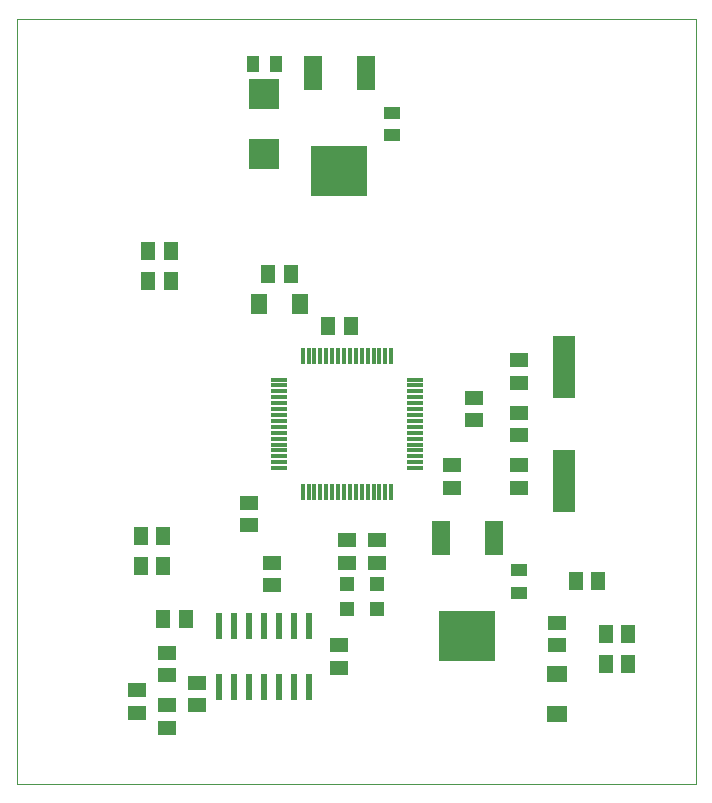
<source format=gtp>
G04 EAGLE Gerber RS-274X export*
G75*
%MOMM*%
%FSLAX34Y34*%
%LPD*%
%INSMD-Paste Oberseite*%
%IPPOS*%
%AMOC8*
5,1,8,0,0,1.08239X$1,22.5*%
G01*
%ADD10C,0.000000*%
%ADD11R,1.500000X1.300000*%
%ADD12R,1.300000X1.500000*%
%ADD13R,0.300000X1.475000*%
%ADD14R,1.475000X0.300000*%
%ADD15R,0.600000X2.200000*%
%ADD16R,1.930400X5.334000*%
%ADD17R,4.826000X4.191000*%
%ADD18R,1.600200X2.997200*%
%ADD19R,1.117600X1.422400*%
%ADD20R,1.422400X1.117600*%
%ADD21R,2.540000X2.540000*%
%ADD22R,1.200000X1.200000*%
%ADD23R,1.400000X1.800000*%
%ADD24R,1.800000X1.400000*%


D10*
X0Y0D02*
X574550Y0D01*
X574550Y647600D01*
X0Y647600D01*
X0Y0D01*
D11*
X368300Y269850D03*
X368300Y250850D03*
D12*
X498500Y127000D03*
X517500Y127000D03*
D11*
X425450Y339750D03*
X425450Y358750D03*
X425450Y269850D03*
X425450Y250850D03*
X387350Y308000D03*
X387350Y327000D03*
D13*
X241900Y247420D03*
X246900Y247420D03*
X251900Y247420D03*
X256900Y247420D03*
X261900Y247420D03*
X266900Y247420D03*
X271900Y247420D03*
X276900Y247420D03*
X281900Y247420D03*
X286900Y247420D03*
X291900Y247420D03*
X296900Y247420D03*
X301900Y247420D03*
X306900Y247420D03*
X311900Y247420D03*
X316900Y247420D03*
D14*
X336780Y267300D03*
X336780Y272300D03*
X336780Y277300D03*
X336780Y282300D03*
X336780Y287300D03*
X336780Y292300D03*
X336780Y297300D03*
X336780Y302300D03*
X336780Y307300D03*
X336780Y312300D03*
X336780Y317300D03*
X336780Y322300D03*
X336780Y327300D03*
X336780Y332300D03*
X336780Y337300D03*
X336780Y342300D03*
D13*
X316900Y362180D03*
X311900Y362180D03*
X306900Y362180D03*
X301900Y362180D03*
X296900Y362180D03*
X291900Y362180D03*
X286900Y362180D03*
X281900Y362180D03*
X276900Y362180D03*
X271900Y362180D03*
X266900Y362180D03*
X261900Y362180D03*
X256900Y362180D03*
X251900Y362180D03*
X246900Y362180D03*
X241900Y362180D03*
D14*
X222020Y342300D03*
X222020Y337300D03*
X222020Y332300D03*
X222020Y327300D03*
X222020Y322300D03*
X222020Y317300D03*
X222020Y312300D03*
X222020Y307300D03*
X222020Y302300D03*
X222020Y297300D03*
X222020Y292300D03*
X222020Y287300D03*
X222020Y282300D03*
X222020Y277300D03*
X222020Y272300D03*
X222020Y267300D03*
D15*
X234950Y133950D03*
X234950Y81950D03*
X247650Y133950D03*
X222250Y133950D03*
X209550Y133950D03*
X247650Y81950D03*
X222250Y81950D03*
X209550Y81950D03*
X184150Y133950D03*
X184150Y81950D03*
X196850Y133950D03*
X171450Y133950D03*
X196850Y81950D03*
X171450Y81950D03*
D16*
X463550Y256540D03*
X463550Y353060D03*
D11*
X425450Y295300D03*
X425450Y314300D03*
D12*
X517500Y101600D03*
X498500Y101600D03*
X492100Y171450D03*
X473100Y171450D03*
D11*
X196850Y219100D03*
X196850Y238100D03*
D12*
X282550Y387350D03*
X263550Y387350D03*
X142850Y139700D03*
X123850Y139700D03*
X130150Y450850D03*
X111150Y450850D03*
X123800Y184150D03*
X104800Y184150D03*
X123800Y209550D03*
X104800Y209550D03*
D11*
X215900Y187300D03*
X215900Y168300D03*
X273050Y117450D03*
X273050Y98450D03*
X127000Y111100D03*
X127000Y92100D03*
X152400Y66700D03*
X152400Y85700D03*
X127000Y66650D03*
X127000Y47650D03*
D17*
X273050Y518922D03*
D18*
X250952Y601726D03*
X295656Y601726D03*
D19*
X219075Y609600D03*
X200025Y609600D03*
D20*
X317500Y549275D03*
X317500Y568325D03*
D21*
X209550Y584200D03*
X209550Y533400D03*
D17*
X381000Y125222D03*
D18*
X358902Y208026D03*
X403606Y208026D03*
D20*
X425450Y161925D03*
X425450Y180975D03*
D12*
X111150Y425450D03*
X130150Y425450D03*
D11*
X304800Y206350D03*
X304800Y187350D03*
X279400Y206350D03*
X279400Y187350D03*
D22*
X304800Y148250D03*
X304800Y169250D03*
X279400Y148250D03*
X279400Y169250D03*
D12*
X231750Y431800D03*
X212750Y431800D03*
D23*
X239250Y406400D03*
X205250Y406400D03*
D11*
X101600Y79350D03*
X101600Y60350D03*
D24*
X457200Y93200D03*
X457200Y59200D03*
D11*
X457200Y136500D03*
X457200Y117500D03*
M02*

</source>
